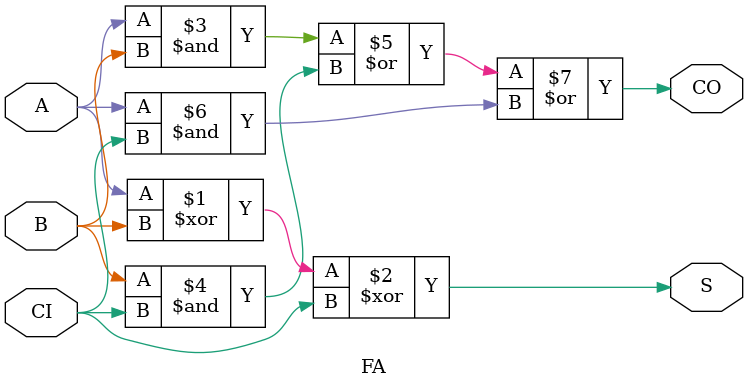
<source format=v>
module Add5BitWith6Bit(A, B, Sum);
    input [4:0] A; // 5-bit input A
    input [5:0] B; // 6-bit input B
    output [6:0] Sum; // 7-bit output Sum

    // Internal wire for carry propagation between adders
    wire [5:0] carry;

    // Full Adder for the first bit (A[0] + B[0])
    FA fa0(
        .A(A[0]),
        .B(B[0]),
        .CI(1'b0),
        .S(Sum[0]),
        .CO(carry[0])
    );

    // Full Adder for the second bit (A[1] + B[1] + carry)
    FA fa1(
        .A(A[1]),
        .B(B[1]),
        .CI(carry[0]),
        .S(Sum[1]),
        .CO(carry[1])
    );

    // Full Adder for the third bit (A[2] + B[2] + carry)
    FA fa2(
        .A(A[2]),
        .B(B[2]),
        .CI(carry[1]),
        .S(Sum[2]),
        .CO(carry[2])
    );

    // Full Adder for the fourth bit (A[3] + B[3] + carry)
    FA fa3(
        .A(A[3]),
        .B(B[3]),
        .CI(carry[2]),
        .S(Sum[3]),
        .CO(carry[3])
    );

    // Full Adder for the fifth bit (A[4] + B[4] + carry)
    FA fa4(
        .A(A[4]),
        .B(B[4]),
        .CI(carry[3]),
        .S(Sum[4]),
        .CO(carry[4])
    );

    // Full Adder for the sixth bit (B[5] + 0 + carry)
    FA fa5(
        .A(1'b0),
        .B(B[5]),
        .CI(carry[4]),
        .S(Sum[5]),
        .CO(Sum[6])  // Final carry-out is part of the sum
    );
endmodule

// Full Adder (FA) module used in the Add5BitWith6Bit module
module FA(A, B, CI, S, CO);
    input A, B, CI;
    output S, CO;

    assign S = A ^ B ^ CI; // Sum calculation using XOR
    assign CO = (A & B) | (B & CI) | (A & CI); // Carry-out calculation using AND and OR gates
endmodule

</source>
